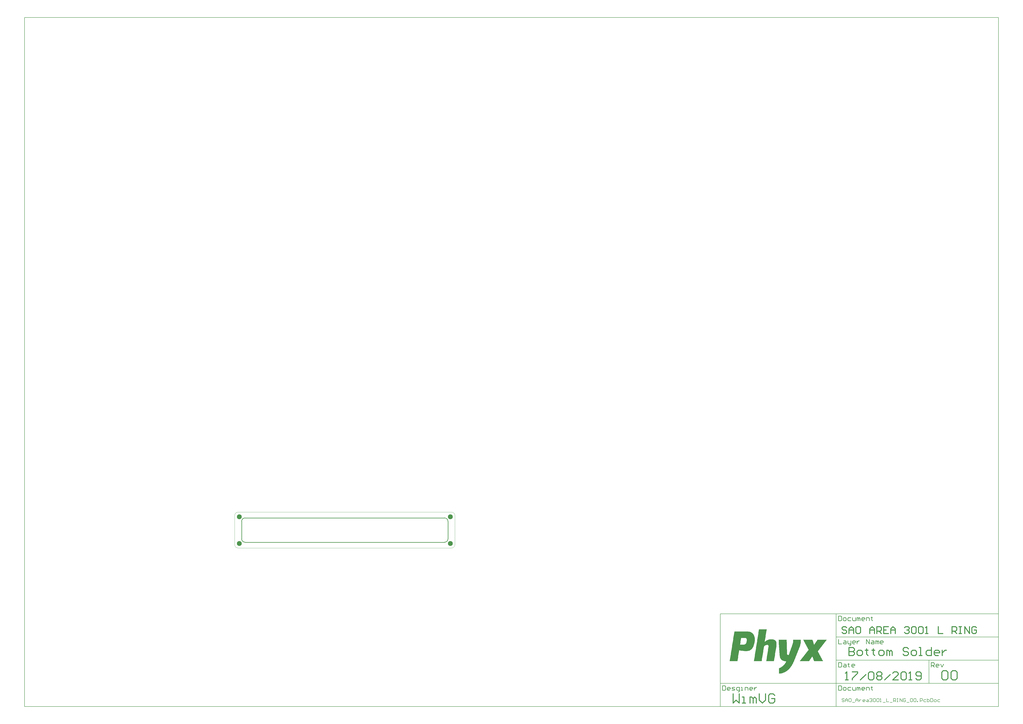
<source format=gbs>
G04*
G04 #@! TF.GenerationSoftware,Altium Limited,Altium Designer,18.1.7 (191)*
G04*
G04 Layer_Color=16711935*
%FSLAX25Y25*%
%MOIN*%
G70*
G01*
G75*
%ADD10C,0.01575*%
%ADD11C,0.00984*%
%ADD12C,0.00394*%
%ADD13C,0.00787*%
%ADD14C,0.08268*%
G36*
X872201Y-141778D02*
X873919D01*
Y-142065D01*
X874778D01*
Y-142351D01*
X875637D01*
Y-142637D01*
X876496D01*
Y-142924D01*
X877069D01*
Y-143210D01*
X877355D01*
Y-143496D01*
X877928D01*
Y-143783D01*
X878214D01*
Y-144069D01*
X878786D01*
Y-144355D01*
X879073D01*
Y-144641D01*
X879359D01*
Y-144928D01*
X879646D01*
Y-145214D01*
X879932D01*
Y-145501D01*
X880218D01*
Y-145787D01*
X880504D01*
Y-146073D01*
Y-146359D01*
X880791D01*
Y-146646D01*
X881077D01*
Y-146932D01*
Y-147218D01*
X881363D01*
Y-147505D01*
X881650D01*
Y-147791D01*
Y-148077D01*
X881936D01*
Y-148364D01*
Y-148650D01*
Y-148936D01*
X882222D01*
Y-149223D01*
Y-149509D01*
Y-149795D01*
X882509D01*
Y-150082D01*
Y-150368D01*
Y-150654D01*
Y-150940D01*
X882795D01*
Y-151227D01*
Y-151513D01*
Y-151799D01*
Y-152086D01*
Y-152372D01*
X883081D01*
Y-152658D01*
Y-152945D01*
Y-153231D01*
Y-153517D01*
Y-153804D01*
Y-154090D01*
Y-154376D01*
Y-154663D01*
Y-154949D01*
Y-155235D01*
Y-155521D01*
Y-155808D01*
Y-156094D01*
Y-156380D01*
Y-156667D01*
Y-156953D01*
Y-157239D01*
Y-157526D01*
Y-157812D01*
Y-158098D01*
X882795D01*
Y-158385D01*
Y-158671D01*
Y-158957D01*
Y-159244D01*
Y-159530D01*
Y-159816D01*
Y-160102D01*
X882509D01*
Y-160389D01*
Y-160675D01*
Y-160961D01*
Y-161248D01*
Y-161534D01*
X882222D01*
Y-161820D01*
Y-162107D01*
Y-162393D01*
Y-162679D01*
Y-162966D01*
X881936D01*
Y-163252D01*
Y-163538D01*
Y-163824D01*
X881650D01*
Y-164111D01*
Y-164397D01*
Y-164683D01*
Y-164970D01*
X881363D01*
Y-165256D01*
Y-165542D01*
Y-165829D01*
X881077D01*
Y-166115D01*
Y-166401D01*
X880791D01*
Y-166688D01*
Y-166974D01*
Y-167260D01*
X880504D01*
Y-167547D01*
Y-167833D01*
X880218D01*
Y-168119D01*
Y-168405D01*
X879932D01*
Y-168692D01*
Y-168978D01*
X879646D01*
Y-169264D01*
X879359D01*
Y-169551D01*
Y-169837D01*
X879073D01*
Y-170123D01*
X878786D01*
Y-170410D01*
X878500D01*
Y-170696D01*
Y-170982D01*
X878214D01*
Y-171269D01*
X877928D01*
Y-171555D01*
X877641D01*
Y-171841D01*
X877355D01*
Y-172127D01*
X877069D01*
Y-172414D01*
X876496D01*
Y-172700D01*
X876210D01*
Y-172986D01*
X875637D01*
Y-173273D01*
X875351D01*
Y-173559D01*
X874778D01*
Y-173845D01*
X873919D01*
Y-174132D01*
X873060D01*
Y-174418D01*
X872201D01*
Y-174704D01*
X870483D01*
Y-174991D01*
X865330D01*
Y-174704D01*
X862753D01*
Y-174418D01*
X860749D01*
Y-174132D01*
X859317D01*
Y-173845D01*
X857886D01*
Y-173559D01*
X856454D01*
Y-173845D01*
Y-174132D01*
Y-174418D01*
Y-174704D01*
Y-174991D01*
Y-175277D01*
Y-175563D01*
X856168D01*
Y-175850D01*
Y-176136D01*
Y-176422D01*
Y-176709D01*
Y-176995D01*
Y-177281D01*
X855882D01*
Y-177568D01*
Y-177854D01*
Y-178140D01*
Y-178426D01*
Y-178713D01*
Y-178999D01*
X855595D01*
Y-179285D01*
Y-179572D01*
Y-179858D01*
Y-180144D01*
Y-180431D01*
Y-180717D01*
Y-181003D01*
X855309D01*
Y-181290D01*
Y-181576D01*
Y-181862D01*
Y-182149D01*
Y-182435D01*
Y-182721D01*
X855023D01*
Y-183007D01*
Y-183294D01*
Y-183580D01*
Y-183866D01*
Y-184153D01*
Y-184439D01*
X854736D01*
Y-184725D01*
Y-185012D01*
Y-185298D01*
Y-185584D01*
Y-185871D01*
Y-186157D01*
Y-186443D01*
X854450D01*
Y-186730D01*
Y-187016D01*
Y-187302D01*
Y-187588D01*
Y-187875D01*
Y-188161D01*
X854164D01*
Y-188447D01*
Y-188734D01*
Y-189020D01*
Y-189306D01*
Y-189593D01*
Y-189879D01*
X853877D01*
Y-190165D01*
Y-190452D01*
Y-190738D01*
Y-191024D01*
Y-191311D01*
Y-191597D01*
Y-191883D01*
X840421D01*
Y-191597D01*
X840707D01*
Y-191311D01*
Y-191024D01*
Y-190738D01*
Y-190452D01*
Y-190165D01*
X840993D01*
Y-189879D01*
Y-189593D01*
Y-189306D01*
Y-189020D01*
Y-188734D01*
Y-188447D01*
Y-188161D01*
X841280D01*
Y-187875D01*
Y-187588D01*
Y-187302D01*
Y-187016D01*
Y-186730D01*
Y-186443D01*
X841566D01*
Y-186157D01*
Y-185871D01*
Y-185584D01*
Y-185298D01*
Y-185012D01*
Y-184725D01*
X841852D01*
Y-184439D01*
Y-184153D01*
Y-183866D01*
Y-183580D01*
Y-183294D01*
Y-183007D01*
Y-182721D01*
X842138D01*
Y-182435D01*
Y-182149D01*
Y-181862D01*
Y-181576D01*
Y-181290D01*
Y-181003D01*
X842425D01*
Y-180717D01*
Y-180431D01*
Y-180144D01*
Y-179858D01*
Y-179572D01*
Y-179285D01*
X842711D01*
Y-178999D01*
Y-178713D01*
Y-178426D01*
Y-178140D01*
Y-177854D01*
Y-177568D01*
X842997D01*
Y-177281D01*
Y-176995D01*
Y-176709D01*
Y-176422D01*
Y-176136D01*
Y-175850D01*
Y-175563D01*
X843284D01*
Y-175277D01*
Y-174991D01*
Y-174704D01*
Y-174418D01*
Y-174132D01*
Y-173845D01*
X843570D01*
Y-173559D01*
Y-173273D01*
Y-172986D01*
Y-172700D01*
Y-172414D01*
Y-172127D01*
X843856D01*
Y-171841D01*
Y-171555D01*
Y-171269D01*
Y-170982D01*
Y-170696D01*
Y-170410D01*
X844143D01*
Y-170123D01*
Y-169837D01*
Y-169551D01*
Y-169264D01*
Y-168978D01*
Y-168692D01*
Y-168405D01*
X844429D01*
Y-168119D01*
Y-167833D01*
Y-167547D01*
Y-167260D01*
Y-166974D01*
Y-166688D01*
X844715D01*
Y-166401D01*
Y-166115D01*
Y-165829D01*
Y-165542D01*
Y-165256D01*
Y-164970D01*
X845002D01*
Y-164683D01*
Y-164397D01*
Y-164111D01*
Y-163824D01*
Y-163538D01*
Y-163252D01*
Y-162966D01*
X845288D01*
Y-162679D01*
Y-162393D01*
Y-162107D01*
Y-161820D01*
Y-161534D01*
Y-161248D01*
X845574D01*
Y-160961D01*
Y-160675D01*
Y-160389D01*
Y-160102D01*
Y-159816D01*
Y-159530D01*
X845861D01*
Y-159244D01*
Y-158957D01*
Y-158671D01*
Y-158385D01*
Y-158098D01*
Y-157812D01*
X846147D01*
Y-157526D01*
Y-157239D01*
Y-156953D01*
Y-156667D01*
Y-156380D01*
Y-156094D01*
Y-155808D01*
X846433D01*
Y-155521D01*
Y-155235D01*
Y-154949D01*
Y-154663D01*
Y-154376D01*
Y-154090D01*
X846719D01*
Y-153804D01*
Y-153517D01*
Y-153231D01*
Y-152945D01*
Y-152658D01*
Y-152372D01*
X847006D01*
Y-152086D01*
Y-151799D01*
Y-151513D01*
Y-151227D01*
Y-150940D01*
Y-150654D01*
Y-150368D01*
X847292D01*
Y-150082D01*
Y-149795D01*
Y-149509D01*
Y-149223D01*
Y-148936D01*
Y-148650D01*
X847578D01*
Y-148364D01*
Y-148077D01*
Y-147791D01*
Y-147505D01*
Y-147218D01*
Y-146932D01*
X847865D01*
Y-146646D01*
Y-146359D01*
Y-146073D01*
Y-145787D01*
Y-145501D01*
Y-145214D01*
Y-144928D01*
X848151D01*
Y-144641D01*
Y-144355D01*
Y-144069D01*
Y-143783D01*
Y-143496D01*
Y-143210D01*
X848437D01*
Y-142924D01*
Y-142637D01*
Y-142351D01*
Y-142065D01*
Y-141778D01*
Y-141492D01*
X872201D01*
Y-141778D01*
D02*
G37*
G36*
X903409Y-138343D02*
Y-138629D01*
X903123D01*
Y-138915D01*
Y-139202D01*
Y-139488D01*
Y-139774D01*
Y-140060D01*
Y-140347D01*
X902837D01*
Y-140633D01*
Y-140919D01*
Y-141206D01*
Y-141492D01*
Y-141778D01*
Y-142065D01*
X902551D01*
Y-142351D01*
Y-142637D01*
Y-142924D01*
Y-143210D01*
Y-143496D01*
Y-143783D01*
Y-144069D01*
X902264D01*
Y-144355D01*
Y-144641D01*
Y-144928D01*
Y-145214D01*
Y-145501D01*
Y-145787D01*
X901978D01*
Y-146073D01*
Y-146359D01*
Y-146646D01*
Y-146932D01*
Y-147218D01*
Y-147505D01*
X901692D01*
Y-147791D01*
Y-148077D01*
Y-148364D01*
Y-148650D01*
Y-148936D01*
Y-149223D01*
Y-149509D01*
X901405D01*
Y-149795D01*
Y-150082D01*
Y-150368D01*
Y-150654D01*
Y-150940D01*
Y-151227D01*
X901119D01*
Y-151513D01*
Y-151799D01*
Y-152086D01*
Y-152372D01*
Y-152658D01*
Y-152945D01*
X900833D01*
Y-153231D01*
Y-153517D01*
Y-153804D01*
Y-154090D01*
Y-154376D01*
Y-154663D01*
X900546D01*
Y-154949D01*
Y-155235D01*
Y-155521D01*
Y-155808D01*
Y-156094D01*
Y-156380D01*
Y-156667D01*
X900260D01*
Y-156953D01*
Y-157239D01*
Y-157526D01*
Y-157812D01*
Y-158098D01*
Y-158385D01*
X899974D01*
Y-158671D01*
Y-158957D01*
X900546D01*
Y-158671D01*
X900833D01*
Y-158385D01*
X901119D01*
Y-158098D01*
X901692D01*
Y-157812D01*
X901978D01*
Y-157526D01*
X902264D01*
Y-157239D01*
X902837D01*
Y-156953D01*
X903409D01*
Y-156667D01*
X903696D01*
Y-156380D01*
X904268D01*
Y-156094D01*
X905127D01*
Y-155808D01*
X905700D01*
Y-155521D01*
X906559D01*
Y-155235D01*
X907990D01*
Y-154949D01*
X914289D01*
Y-155235D01*
X915435D01*
Y-155521D01*
X916294D01*
Y-155808D01*
X916866D01*
Y-156094D01*
X917153D01*
Y-156380D01*
X917725D01*
Y-156667D01*
X918011D01*
Y-156953D01*
X918298D01*
Y-157239D01*
X918584D01*
Y-157526D01*
X918870D01*
Y-157812D01*
Y-158098D01*
X919157D01*
Y-158385D01*
Y-158671D01*
X919443D01*
Y-158957D01*
Y-159244D01*
Y-159530D01*
X919729D01*
Y-159816D01*
Y-160102D01*
Y-160389D01*
Y-160675D01*
X920016D01*
Y-160961D01*
Y-161248D01*
Y-161534D01*
Y-161820D01*
Y-162107D01*
Y-162393D01*
Y-162679D01*
Y-162966D01*
Y-163252D01*
Y-163538D01*
Y-163824D01*
Y-164111D01*
Y-164397D01*
Y-164683D01*
Y-164970D01*
Y-165256D01*
Y-165542D01*
Y-165829D01*
X919729D01*
Y-166115D01*
Y-166401D01*
Y-166688D01*
Y-166974D01*
Y-167260D01*
Y-167547D01*
Y-167833D01*
X919443D01*
Y-168119D01*
Y-168405D01*
Y-168692D01*
Y-168978D01*
Y-169264D01*
Y-169551D01*
Y-169837D01*
X919157D01*
Y-170123D01*
Y-170410D01*
Y-170696D01*
Y-170982D01*
Y-171269D01*
Y-171555D01*
X918870D01*
Y-171841D01*
Y-172127D01*
Y-172414D01*
Y-172700D01*
Y-172986D01*
Y-173273D01*
X918584D01*
Y-173559D01*
Y-173845D01*
Y-174132D01*
Y-174418D01*
Y-174704D01*
Y-174991D01*
X918298D01*
Y-175277D01*
Y-175563D01*
Y-175850D01*
Y-176136D01*
Y-176422D01*
Y-176709D01*
Y-176995D01*
X918011D01*
Y-177281D01*
Y-177568D01*
Y-177854D01*
Y-178140D01*
Y-178426D01*
Y-178713D01*
X917725D01*
Y-178999D01*
Y-179285D01*
Y-179572D01*
Y-179858D01*
Y-180144D01*
Y-180431D01*
X917439D01*
Y-180717D01*
Y-181003D01*
Y-181290D01*
Y-181576D01*
Y-181862D01*
Y-182149D01*
Y-182435D01*
X917153D01*
Y-182721D01*
Y-183007D01*
Y-183294D01*
Y-183580D01*
Y-183866D01*
Y-184153D01*
X916866D01*
Y-184439D01*
Y-184725D01*
Y-185012D01*
Y-185298D01*
Y-185584D01*
Y-185871D01*
X916580D01*
Y-186157D01*
Y-186443D01*
Y-186730D01*
Y-187016D01*
Y-187302D01*
Y-187588D01*
X916294D01*
Y-187875D01*
Y-188161D01*
Y-188447D01*
Y-188734D01*
Y-189020D01*
Y-189306D01*
Y-189593D01*
X916007D01*
Y-189879D01*
Y-190165D01*
Y-190452D01*
Y-190738D01*
Y-191024D01*
Y-191311D01*
X915721D01*
Y-191597D01*
Y-191883D01*
X902551D01*
Y-191597D01*
Y-191311D01*
X902837D01*
Y-191024D01*
Y-190738D01*
Y-190452D01*
Y-190165D01*
Y-189879D01*
Y-189593D01*
X903123D01*
Y-189306D01*
Y-189020D01*
Y-188734D01*
Y-188447D01*
Y-188161D01*
Y-187875D01*
Y-187588D01*
X903409D01*
Y-187302D01*
Y-187016D01*
Y-186730D01*
Y-186443D01*
Y-186157D01*
Y-185871D01*
X903696D01*
Y-185584D01*
Y-185298D01*
Y-185012D01*
Y-184725D01*
Y-184439D01*
Y-184153D01*
X903982D01*
Y-183866D01*
Y-183580D01*
Y-183294D01*
Y-183007D01*
Y-182721D01*
Y-182435D01*
Y-182149D01*
X904268D01*
Y-181862D01*
Y-181576D01*
Y-181290D01*
Y-181003D01*
Y-180717D01*
Y-180431D01*
X904555D01*
Y-180144D01*
Y-179858D01*
Y-179572D01*
Y-179285D01*
Y-178999D01*
Y-178713D01*
Y-178426D01*
X904841D01*
Y-178140D01*
Y-177854D01*
Y-177568D01*
Y-177281D01*
Y-176995D01*
Y-176709D01*
X905127D01*
Y-176422D01*
Y-176136D01*
Y-175850D01*
Y-175563D01*
Y-175277D01*
Y-174991D01*
X905414D01*
Y-174704D01*
Y-174418D01*
Y-174132D01*
Y-173845D01*
Y-173559D01*
Y-173273D01*
X905700D01*
Y-172986D01*
Y-172700D01*
Y-172414D01*
Y-172127D01*
Y-171841D01*
Y-171555D01*
Y-171269D01*
X905986D01*
Y-170982D01*
Y-170696D01*
Y-170410D01*
Y-170123D01*
Y-169837D01*
Y-169551D01*
X906273D01*
Y-169264D01*
Y-168978D01*
Y-168692D01*
Y-168405D01*
Y-168119D01*
Y-167833D01*
Y-167547D01*
X906559D01*
Y-167260D01*
Y-166974D01*
Y-166688D01*
Y-166401D01*
Y-166115D01*
Y-165829D01*
X906273D01*
Y-165542D01*
Y-165256D01*
X905986D01*
Y-164970D01*
X905700D01*
Y-164683D01*
X905127D01*
Y-164397D01*
X903409D01*
Y-164683D01*
X901978D01*
Y-164970D01*
X901119D01*
Y-165256D01*
X900546D01*
Y-165542D01*
X900260D01*
Y-165829D01*
X899687D01*
Y-166115D01*
X899401D01*
Y-166401D01*
X899115D01*
Y-166688D01*
Y-166974D01*
X898828D01*
Y-167260D01*
Y-167547D01*
Y-167833D01*
X898542D01*
Y-168119D01*
Y-168405D01*
Y-168692D01*
Y-168978D01*
Y-169264D01*
Y-169551D01*
X898256D01*
Y-169837D01*
Y-170123D01*
Y-170410D01*
Y-170696D01*
Y-170982D01*
Y-171269D01*
Y-171555D01*
X897970D01*
Y-171841D01*
Y-172127D01*
Y-172414D01*
Y-172700D01*
Y-172986D01*
Y-173273D01*
X897683D01*
Y-173559D01*
Y-173845D01*
Y-174132D01*
Y-174418D01*
Y-174704D01*
Y-174991D01*
X897397D01*
Y-175277D01*
Y-175563D01*
Y-175850D01*
Y-176136D01*
Y-176422D01*
Y-176709D01*
X897111D01*
Y-176995D01*
Y-177281D01*
Y-177568D01*
Y-177854D01*
Y-178140D01*
Y-178426D01*
Y-178713D01*
X896824D01*
Y-178999D01*
Y-179285D01*
Y-179572D01*
Y-179858D01*
Y-180144D01*
Y-180431D01*
X896538D01*
Y-180717D01*
Y-181003D01*
Y-181290D01*
Y-181576D01*
Y-181862D01*
Y-182149D01*
X896252D01*
Y-182435D01*
Y-182721D01*
Y-183007D01*
Y-183294D01*
Y-183580D01*
Y-183866D01*
Y-184153D01*
X895965D01*
Y-184439D01*
Y-184725D01*
Y-185012D01*
Y-185298D01*
Y-185584D01*
Y-185871D01*
X895679D01*
Y-186157D01*
Y-186443D01*
Y-186730D01*
Y-187016D01*
Y-187302D01*
Y-187588D01*
X895393D01*
Y-187875D01*
Y-188161D01*
Y-188447D01*
Y-188734D01*
Y-189020D01*
Y-189306D01*
X895106D01*
Y-189593D01*
Y-189879D01*
Y-190165D01*
Y-190452D01*
Y-190738D01*
Y-191024D01*
Y-191311D01*
X894820D01*
Y-191597D01*
Y-191883D01*
X881650D01*
Y-191597D01*
Y-191311D01*
X881936D01*
Y-191024D01*
Y-190738D01*
Y-190452D01*
Y-190165D01*
Y-189879D01*
Y-189593D01*
Y-189306D01*
X882222D01*
Y-189020D01*
Y-188734D01*
Y-188447D01*
Y-188161D01*
Y-187875D01*
Y-187588D01*
X882509D01*
Y-187302D01*
Y-187016D01*
Y-186730D01*
Y-186443D01*
Y-186157D01*
Y-185871D01*
X882795D01*
Y-185584D01*
Y-185298D01*
Y-185012D01*
Y-184725D01*
Y-184439D01*
Y-184153D01*
Y-183866D01*
X883081D01*
Y-183580D01*
Y-183294D01*
Y-183007D01*
Y-182721D01*
Y-182435D01*
Y-182149D01*
X883368D01*
Y-181862D01*
Y-181576D01*
Y-181290D01*
Y-181003D01*
Y-180717D01*
Y-180431D01*
X883654D01*
Y-180144D01*
Y-179858D01*
Y-179572D01*
Y-179285D01*
Y-178999D01*
Y-178713D01*
X883940D01*
Y-178426D01*
Y-178140D01*
Y-177854D01*
Y-177568D01*
Y-177281D01*
Y-176995D01*
Y-176709D01*
X884227D01*
Y-176422D01*
Y-176136D01*
Y-175850D01*
Y-175563D01*
Y-175277D01*
Y-174991D01*
X884513D01*
Y-174704D01*
Y-174418D01*
Y-174132D01*
Y-173845D01*
Y-173559D01*
Y-173273D01*
X884799D01*
Y-172986D01*
Y-172700D01*
Y-172414D01*
Y-172127D01*
Y-171841D01*
Y-171555D01*
Y-171269D01*
X885085D01*
Y-170982D01*
Y-170696D01*
Y-170410D01*
Y-170123D01*
Y-169837D01*
Y-169551D01*
X885372D01*
Y-169264D01*
Y-168978D01*
Y-168692D01*
Y-168405D01*
Y-168119D01*
Y-167833D01*
X885658D01*
Y-167547D01*
Y-167260D01*
Y-166974D01*
Y-166688D01*
Y-166401D01*
Y-166115D01*
X885944D01*
Y-165829D01*
Y-165542D01*
Y-165256D01*
Y-164970D01*
Y-164683D01*
Y-164397D01*
Y-164111D01*
X886231D01*
Y-163824D01*
Y-163538D01*
Y-163252D01*
Y-162966D01*
Y-162679D01*
Y-162393D01*
X886517D01*
Y-162107D01*
Y-161820D01*
Y-161534D01*
Y-161248D01*
Y-160961D01*
Y-160675D01*
X886803D01*
Y-160389D01*
Y-160102D01*
Y-159816D01*
Y-159530D01*
Y-159244D01*
Y-158957D01*
X887090D01*
Y-158671D01*
Y-158385D01*
Y-158098D01*
Y-157812D01*
Y-157526D01*
Y-157239D01*
Y-156953D01*
X887376D01*
Y-156667D01*
Y-156380D01*
Y-156094D01*
Y-155808D01*
Y-155521D01*
Y-155235D01*
X887662D01*
Y-154949D01*
Y-154663D01*
Y-154376D01*
Y-154090D01*
Y-153804D01*
Y-153517D01*
X887949D01*
Y-153231D01*
Y-152945D01*
Y-152658D01*
Y-152372D01*
Y-152086D01*
Y-151799D01*
Y-151513D01*
X888235D01*
Y-151227D01*
Y-150940D01*
Y-150654D01*
Y-150368D01*
Y-150082D01*
Y-149795D01*
X888521D01*
Y-149509D01*
Y-149223D01*
Y-148936D01*
Y-148650D01*
Y-148364D01*
Y-148077D01*
X888807D01*
Y-147791D01*
Y-147505D01*
Y-147218D01*
Y-146932D01*
Y-146646D01*
Y-146359D01*
X889094D01*
Y-146073D01*
Y-145787D01*
Y-145501D01*
Y-145214D01*
Y-144928D01*
Y-144641D01*
Y-144355D01*
X889380D01*
Y-144069D01*
Y-143783D01*
Y-143496D01*
Y-143210D01*
Y-142924D01*
Y-142637D01*
X889666D01*
Y-142351D01*
Y-142065D01*
Y-141778D01*
Y-141492D01*
Y-141206D01*
Y-140919D01*
X889953D01*
Y-140633D01*
Y-140347D01*
Y-140060D01*
Y-139774D01*
Y-139488D01*
Y-139202D01*
Y-138915D01*
X890239D01*
Y-138629D01*
Y-138343D01*
Y-138056D01*
X903409D01*
Y-138343D01*
D02*
G37*
G36*
X1005337Y-155808D02*
X1005050D01*
Y-156094D01*
X1004764D01*
Y-156380D01*
Y-156667D01*
X1004478D01*
Y-156953D01*
X1004192D01*
Y-157239D01*
X1003905D01*
Y-157526D01*
Y-157812D01*
X1003619D01*
Y-158098D01*
X1003333D01*
Y-158385D01*
X1003046D01*
Y-158671D01*
X1002760D01*
Y-158957D01*
Y-159244D01*
X1002474D01*
Y-159530D01*
X1002187D01*
Y-159816D01*
X1001901D01*
Y-160102D01*
Y-160389D01*
X1001615D01*
Y-160675D01*
X1001328D01*
Y-160961D01*
X1001042D01*
Y-161248D01*
X1000756D01*
Y-161534D01*
Y-161820D01*
X1000469D01*
Y-162107D01*
X1000183D01*
Y-162393D01*
X999897D01*
Y-162679D01*
Y-162966D01*
X999611D01*
Y-163252D01*
X999324D01*
Y-163538D01*
X999038D01*
Y-163824D01*
Y-164111D01*
X998752D01*
Y-164397D01*
X998465D01*
Y-164683D01*
X998179D01*
Y-164970D01*
X997893D01*
Y-165256D01*
Y-165542D01*
X997606D01*
Y-165829D01*
X997320D01*
Y-166115D01*
X997034D01*
Y-166401D01*
Y-166688D01*
X996747D01*
Y-166974D01*
X996461D01*
Y-167260D01*
X996175D01*
Y-167547D01*
Y-167833D01*
X995889D01*
Y-168119D01*
X995602D01*
Y-168405D01*
X995316D01*
Y-168692D01*
X995030D01*
Y-168978D01*
Y-169264D01*
X994743D01*
Y-169551D01*
X994457D01*
Y-169837D01*
X994171D01*
Y-170123D01*
Y-170410D01*
X993884D01*
Y-170696D01*
X993598D01*
Y-170982D01*
X993312D01*
Y-171269D01*
Y-171555D01*
X993025D01*
Y-171841D01*
X992739D01*
Y-172127D01*
X992453D01*
Y-172414D01*
X992166D01*
Y-172700D01*
Y-172986D01*
X991880D01*
Y-173273D01*
X991594D01*
Y-173559D01*
X991308D01*
Y-173845D01*
Y-174132D01*
X991021D01*
Y-174418D01*
X990735D01*
Y-174704D01*
X990449D01*
Y-174991D01*
X990162D01*
Y-175277D01*
Y-175563D01*
X990449D01*
Y-175850D01*
Y-176136D01*
X990735D01*
Y-176422D01*
Y-176709D01*
X991021D01*
Y-176995D01*
X991308D01*
Y-177281D01*
Y-177568D01*
X991594D01*
Y-177854D01*
Y-178140D01*
X991880D01*
Y-178426D01*
Y-178713D01*
X992166D01*
Y-178999D01*
Y-179285D01*
X992453D01*
Y-179572D01*
Y-179858D01*
X992739D01*
Y-180144D01*
Y-180431D01*
X993025D01*
Y-180717D01*
Y-181003D01*
X993312D01*
Y-181290D01*
Y-181576D01*
X993598D01*
Y-181862D01*
X993884D01*
Y-182149D01*
Y-182435D01*
X994171D01*
Y-182721D01*
Y-183007D01*
X994457D01*
Y-183294D01*
Y-183580D01*
X994743D01*
Y-183866D01*
Y-184153D01*
X995030D01*
Y-184439D01*
Y-184725D01*
X995316D01*
Y-185012D01*
Y-185298D01*
X995602D01*
Y-185584D01*
Y-185871D01*
X995889D01*
Y-186157D01*
X996175D01*
Y-186443D01*
Y-186730D01*
X996461D01*
Y-187016D01*
Y-187302D01*
X996747D01*
Y-187588D01*
Y-187875D01*
X997034D01*
Y-188161D01*
Y-188447D01*
X997320D01*
Y-188734D01*
Y-189020D01*
X997606D01*
Y-189306D01*
Y-189593D01*
X997893D01*
Y-189879D01*
Y-190165D01*
X998179D01*
Y-190452D01*
X998465D01*
Y-190738D01*
Y-191024D01*
X998752D01*
Y-191311D01*
Y-191597D01*
X999038D01*
Y-191883D01*
X983863D01*
Y-191597D01*
X983577D01*
Y-191311D01*
Y-191024D01*
Y-190738D01*
X983291D01*
Y-190452D01*
Y-190165D01*
Y-189879D01*
X983004D01*
Y-189593D01*
Y-189306D01*
X982718D01*
Y-189020D01*
Y-188734D01*
Y-188447D01*
X982432D01*
Y-188161D01*
Y-187875D01*
Y-187588D01*
X982146D01*
Y-187302D01*
Y-187016D01*
X981859D01*
Y-186730D01*
Y-186443D01*
Y-186157D01*
X981573D01*
Y-185871D01*
Y-185584D01*
Y-185298D01*
X981287D01*
Y-185012D01*
Y-184725D01*
Y-184439D01*
X981000D01*
Y-184153D01*
X980428D01*
Y-184439D01*
Y-184725D01*
X980141D01*
Y-185012D01*
X979855D01*
Y-185298D01*
Y-185584D01*
X979569D01*
Y-185871D01*
X979282D01*
Y-186157D01*
Y-186443D01*
X978996D01*
Y-186730D01*
X978710D01*
Y-187016D01*
Y-187302D01*
X978423D01*
Y-187588D01*
X978137D01*
Y-187875D01*
X977851D01*
Y-188161D01*
Y-188447D01*
X977565D01*
Y-188734D01*
X977278D01*
Y-189020D01*
Y-189306D01*
X976992D01*
Y-189593D01*
X976705D01*
Y-189879D01*
Y-190165D01*
X976419D01*
Y-190452D01*
X976133D01*
Y-190738D01*
Y-191024D01*
X975847D01*
Y-191311D01*
X975560D01*
Y-191597D01*
Y-191883D01*
X959527D01*
Y-191597D01*
X959813D01*
Y-191311D01*
X960099D01*
Y-191024D01*
X960386D01*
Y-190738D01*
X960672D01*
Y-190452D01*
Y-190165D01*
X960958D01*
Y-189879D01*
X961245D01*
Y-189593D01*
X961531D01*
Y-189306D01*
X961817D01*
Y-189020D01*
Y-188734D01*
X962104D01*
Y-188447D01*
X962390D01*
Y-188161D01*
X962676D01*
Y-187875D01*
Y-187588D01*
X962963D01*
Y-187302D01*
X963249D01*
Y-187016D01*
X963535D01*
Y-186730D01*
X963822D01*
Y-186443D01*
Y-186157D01*
X964108D01*
Y-185871D01*
X964394D01*
Y-185584D01*
X964680D01*
Y-185298D01*
X964967D01*
Y-185012D01*
Y-184725D01*
X965253D01*
Y-184439D01*
X965539D01*
Y-184153D01*
X965826D01*
Y-183866D01*
Y-183580D01*
X966112D01*
Y-183294D01*
X966398D01*
Y-183007D01*
X966685D01*
Y-182721D01*
X966971D01*
Y-182435D01*
Y-182149D01*
X967257D01*
Y-181862D01*
X967544D01*
Y-181576D01*
X967830D01*
Y-181290D01*
Y-181003D01*
X968116D01*
Y-180717D01*
X968402D01*
Y-180431D01*
X968689D01*
Y-180144D01*
X968975D01*
Y-179858D01*
Y-179572D01*
X969261D01*
Y-179285D01*
X969548D01*
Y-178999D01*
X969834D01*
Y-178713D01*
Y-178426D01*
X970120D01*
Y-178140D01*
X970407D01*
Y-177854D01*
X970693D01*
Y-177568D01*
X970979D01*
Y-177281D01*
Y-176995D01*
X971266D01*
Y-176709D01*
X971552D01*
Y-176422D01*
X971838D01*
Y-176136D01*
X972124D01*
Y-175850D01*
Y-175563D01*
X972411D01*
Y-175277D01*
X972697D01*
Y-174991D01*
X972983D01*
Y-174704D01*
Y-174418D01*
X973270D01*
Y-174132D01*
X973556D01*
Y-173845D01*
X973842D01*
Y-173559D01*
X974129D01*
Y-173273D01*
Y-172986D01*
X974415D01*
Y-172700D01*
Y-172414D01*
Y-172127D01*
X974129D01*
Y-171841D01*
X973842D01*
Y-171555D01*
Y-171269D01*
X973556D01*
Y-170982D01*
Y-170696D01*
X973270D01*
Y-170410D01*
Y-170123D01*
X972983D01*
Y-169837D01*
Y-169551D01*
X972697D01*
Y-169264D01*
Y-168978D01*
X972411D01*
Y-168692D01*
Y-168405D01*
X972124D01*
Y-168119D01*
X971838D01*
Y-167833D01*
Y-167547D01*
X971552D01*
Y-167260D01*
Y-166974D01*
X971266D01*
Y-166688D01*
Y-166401D01*
X970979D01*
Y-166115D01*
Y-165829D01*
X970693D01*
Y-165542D01*
Y-165256D01*
X970407D01*
Y-164970D01*
Y-164683D01*
X970120D01*
Y-164397D01*
X969834D01*
Y-164111D01*
Y-163824D01*
X969548D01*
Y-163538D01*
Y-163252D01*
X969261D01*
Y-162966D01*
Y-162679D01*
X968975D01*
Y-162393D01*
Y-162107D01*
X968689D01*
Y-161820D01*
Y-161534D01*
X968402D01*
Y-161248D01*
Y-160961D01*
X968116D01*
Y-160675D01*
Y-160389D01*
X967830D01*
Y-160102D01*
X967544D01*
Y-159816D01*
Y-159530D01*
X967257D01*
Y-159244D01*
Y-158957D01*
X966971D01*
Y-158671D01*
Y-158385D01*
X966685D01*
Y-158098D01*
Y-157812D01*
X966398D01*
Y-157526D01*
Y-157239D01*
X966112D01*
Y-156953D01*
Y-156667D01*
X965826D01*
Y-156380D01*
X965539D01*
Y-156094D01*
Y-155808D01*
X965253D01*
Y-155521D01*
X981000D01*
Y-155808D01*
X981287D01*
Y-156094D01*
Y-156380D01*
Y-156667D01*
X981573D01*
Y-156953D01*
Y-157239D01*
Y-157526D01*
X981859D01*
Y-157812D01*
Y-158098D01*
Y-158385D01*
X982146D01*
Y-158671D01*
Y-158957D01*
Y-159244D01*
X982432D01*
Y-159530D01*
Y-159816D01*
Y-160102D01*
X982718D01*
Y-160389D01*
Y-160675D01*
Y-160961D01*
X983004D01*
Y-161248D01*
Y-161534D01*
Y-161820D01*
X983291D01*
Y-162107D01*
Y-162393D01*
Y-162679D01*
X983577D01*
Y-162966D01*
Y-163252D01*
Y-163538D01*
Y-163824D01*
X984150D01*
Y-163538D01*
X984436D01*
Y-163252D01*
X984722D01*
Y-162966D01*
Y-162679D01*
X985009D01*
Y-162393D01*
X985295D01*
Y-162107D01*
Y-161820D01*
X985581D01*
Y-161534D01*
X985868D01*
Y-161248D01*
Y-160961D01*
X986154D01*
Y-160675D01*
X986440D01*
Y-160389D01*
Y-160102D01*
X986726D01*
Y-159816D01*
X987013D01*
Y-159530D01*
Y-159244D01*
X987299D01*
Y-158957D01*
X987585D01*
Y-158671D01*
Y-158385D01*
X987872D01*
Y-158098D01*
X988158D01*
Y-157812D01*
Y-157526D01*
X988444D01*
Y-157239D01*
X988731D01*
Y-156953D01*
Y-156667D01*
X989017D01*
Y-156380D01*
X989303D01*
Y-156094D01*
Y-155808D01*
X989590D01*
Y-155521D01*
X1005337D01*
Y-155808D01*
D02*
G37*
G36*
X961245D02*
Y-156094D01*
Y-156380D01*
Y-156667D01*
Y-156953D01*
Y-157239D01*
Y-157526D01*
Y-157812D01*
Y-158098D01*
Y-158385D01*
Y-158671D01*
Y-158957D01*
Y-159244D01*
Y-159530D01*
Y-159816D01*
Y-160102D01*
Y-160389D01*
Y-160675D01*
Y-160961D01*
Y-161248D01*
Y-161534D01*
X960958D01*
Y-161820D01*
Y-162107D01*
Y-162393D01*
Y-162679D01*
Y-162966D01*
X960672D01*
Y-163252D01*
Y-163538D01*
Y-163824D01*
Y-164111D01*
X960386D01*
Y-164397D01*
Y-164683D01*
Y-164970D01*
Y-165256D01*
X960099D01*
Y-165542D01*
Y-165829D01*
Y-166115D01*
X959813D01*
Y-166401D01*
Y-166688D01*
Y-166974D01*
X959527D01*
Y-167260D01*
Y-167547D01*
Y-167833D01*
X959241D01*
Y-168119D01*
Y-168405D01*
Y-168692D01*
X958954D01*
Y-168978D01*
Y-169264D01*
X958668D01*
Y-169551D01*
Y-169837D01*
X958381D01*
Y-170123D01*
Y-170410D01*
Y-170696D01*
X958095D01*
Y-170982D01*
Y-171269D01*
X957809D01*
Y-171555D01*
Y-171841D01*
Y-172127D01*
X957523D01*
Y-172414D01*
Y-172700D01*
X957236D01*
Y-172986D01*
Y-173273D01*
Y-173559D01*
X956950D01*
Y-173845D01*
Y-174132D01*
X956664D01*
Y-174418D01*
Y-174704D01*
Y-174991D01*
X956377D01*
Y-175277D01*
Y-175563D01*
X956091D01*
Y-175850D01*
Y-176136D01*
Y-176422D01*
X955805D01*
Y-176709D01*
Y-176995D01*
X955518D01*
Y-177281D01*
Y-177568D01*
Y-177854D01*
X955232D01*
Y-178140D01*
Y-178426D01*
X954946D01*
Y-178713D01*
Y-178999D01*
Y-179285D01*
X954659D01*
Y-179572D01*
Y-179858D01*
X954373D01*
Y-180144D01*
Y-180431D01*
Y-180717D01*
X954087D01*
Y-181003D01*
Y-181290D01*
X953800D01*
Y-181576D01*
Y-181862D01*
Y-182149D01*
X953514D01*
Y-182435D01*
Y-182721D01*
X953228D01*
Y-183007D01*
Y-183294D01*
Y-183580D01*
X952942D01*
Y-183866D01*
Y-184153D01*
X952655D01*
Y-184439D01*
Y-184725D01*
Y-185012D01*
X952369D01*
Y-185298D01*
Y-185584D01*
X952083D01*
Y-185871D01*
Y-186157D01*
Y-186443D01*
X951796D01*
Y-186730D01*
Y-187016D01*
X951510D01*
Y-187302D01*
Y-187588D01*
Y-187875D01*
X951224D01*
Y-188161D01*
Y-188447D01*
X950937D01*
Y-188734D01*
Y-189020D01*
Y-189306D01*
X950651D01*
Y-189593D01*
Y-189879D01*
X950365D01*
Y-190165D01*
Y-190452D01*
Y-190738D01*
X950078D01*
Y-191024D01*
Y-191311D01*
X949792D01*
Y-191597D01*
Y-191883D01*
Y-192169D01*
X949506D01*
Y-192456D01*
Y-192742D01*
X949220D01*
Y-193028D01*
Y-193315D01*
X948933D01*
Y-193601D01*
Y-193887D01*
X948647D01*
Y-194174D01*
Y-194460D01*
Y-194746D01*
X948361D01*
Y-195033D01*
X948074D01*
Y-195319D01*
Y-195605D01*
Y-195891D01*
X947788D01*
Y-196178D01*
X947502D01*
Y-196464D01*
Y-196750D01*
X947215D01*
Y-197037D01*
Y-197323D01*
X946929D01*
Y-197609D01*
Y-197896D01*
X946643D01*
Y-198182D01*
Y-198468D01*
X946356D01*
Y-198755D01*
X946070D01*
Y-199041D01*
Y-199327D01*
X945784D01*
Y-199614D01*
Y-199900D01*
X945497D01*
Y-200186D01*
X945211D01*
Y-200472D01*
X944925D01*
Y-200759D01*
Y-201045D01*
X944639D01*
Y-201331D01*
X944352D01*
Y-201618D01*
Y-201904D01*
X944066D01*
Y-202190D01*
X943780D01*
Y-202477D01*
X943493D01*
Y-202763D01*
Y-203049D01*
X943207D01*
Y-203336D01*
X942921D01*
Y-203622D01*
X942634D01*
Y-203908D01*
X942348D01*
Y-204195D01*
X942062D01*
Y-204481D01*
Y-204767D01*
X941775D01*
Y-205053D01*
X941489D01*
Y-205340D01*
X941203D01*
Y-205626D01*
X940916D01*
Y-205912D01*
X940630D01*
Y-206199D01*
X940344D01*
Y-206485D01*
X940057D01*
Y-206771D01*
X939485D01*
Y-207058D01*
X939199D01*
Y-207344D01*
X938912D01*
Y-207630D01*
X938626D01*
Y-207917D01*
X938340D01*
Y-208203D01*
X937767D01*
Y-208489D01*
X937481D01*
Y-208776D01*
X936908D01*
Y-209062D01*
X936622D01*
Y-209348D01*
X936049D01*
Y-209634D01*
X935763D01*
Y-209921D01*
X935190D01*
Y-210207D01*
X934618D01*
Y-210493D01*
X934045D01*
Y-210780D01*
X933472D01*
Y-211066D01*
X932900D01*
Y-211352D01*
X932041D01*
Y-211639D01*
X931468D01*
Y-211925D01*
X930609D01*
Y-212211D01*
X929464D01*
Y-212498D01*
X928319D01*
Y-212784D01*
X926601D01*
Y-213070D01*
X924597D01*
Y-213357D01*
X924310D01*
Y-213070D01*
Y-212784D01*
Y-212498D01*
Y-212211D01*
Y-211925D01*
Y-211639D01*
Y-211352D01*
Y-211066D01*
Y-210780D01*
Y-210493D01*
Y-210207D01*
Y-209921D01*
Y-209634D01*
Y-209348D01*
Y-209062D01*
Y-208776D01*
Y-208489D01*
Y-208203D01*
Y-207917D01*
Y-207630D01*
Y-207344D01*
Y-207058D01*
Y-206771D01*
Y-206485D01*
Y-206199D01*
Y-205912D01*
Y-205626D01*
Y-205340D01*
Y-205053D01*
Y-204767D01*
Y-204481D01*
Y-204195D01*
Y-203908D01*
X924883D01*
Y-203622D01*
X925455D01*
Y-203336D01*
X926028D01*
Y-203049D01*
X926601D01*
Y-202763D01*
X927173D01*
Y-202477D01*
X927746D01*
Y-202190D01*
X928032D01*
Y-201904D01*
X928605D01*
Y-201618D01*
X928891D01*
Y-201331D01*
X929464D01*
Y-201045D01*
X929750D01*
Y-200759D01*
X930037D01*
Y-200472D01*
X930609D01*
Y-200186D01*
X930896D01*
Y-199900D01*
X931182D01*
Y-199614D01*
X931468D01*
Y-199327D01*
X931754D01*
Y-199041D01*
X932041D01*
Y-198755D01*
X932327D01*
Y-198468D01*
X932613D01*
Y-198182D01*
X932900D01*
Y-197896D01*
X933186D01*
Y-197609D01*
X933472D01*
Y-197323D01*
X933759D01*
Y-197037D01*
Y-196750D01*
X934045D01*
Y-196464D01*
X934331D01*
Y-196178D01*
X934618D01*
Y-195891D01*
Y-195605D01*
X934904D01*
Y-195319D01*
X935190D01*
Y-195033D01*
Y-194746D01*
X935476D01*
Y-194460D01*
Y-194174D01*
X935763D01*
Y-193887D01*
X936049D01*
Y-193601D01*
Y-193315D01*
X936335D01*
Y-193028D01*
Y-192742D01*
X936622D01*
Y-192456D01*
Y-192169D01*
X934904D01*
Y-191883D01*
X932900D01*
Y-191597D01*
X931754D01*
Y-191311D01*
X931182D01*
Y-191024D01*
X930323D01*
Y-190738D01*
X929750D01*
Y-190452D01*
X929464D01*
Y-190165D01*
X928891D01*
Y-189879D01*
X928605D01*
Y-189593D01*
X928319D01*
Y-189306D01*
X928032D01*
Y-189020D01*
X927746D01*
Y-188734D01*
X927460D01*
Y-188447D01*
Y-188161D01*
X927173D01*
Y-187875D01*
X926887D01*
Y-187588D01*
Y-187302D01*
X926601D01*
Y-187016D01*
Y-186730D01*
X926315D01*
Y-186443D01*
Y-186157D01*
X926028D01*
Y-185871D01*
Y-185584D01*
Y-185298D01*
X925742D01*
Y-185012D01*
Y-184725D01*
Y-184439D01*
Y-184153D01*
X925455D01*
Y-183866D01*
Y-183580D01*
Y-183294D01*
Y-183007D01*
Y-182721D01*
Y-182435D01*
Y-182149D01*
X925169D01*
Y-181862D01*
Y-181576D01*
Y-181290D01*
Y-181003D01*
Y-180717D01*
Y-180431D01*
Y-180144D01*
Y-179858D01*
Y-179572D01*
Y-179285D01*
Y-178999D01*
Y-178713D01*
Y-178426D01*
Y-178140D01*
Y-177854D01*
X924883D01*
Y-177568D01*
Y-177281D01*
Y-176995D01*
Y-176709D01*
Y-176422D01*
Y-176136D01*
Y-175850D01*
Y-175563D01*
Y-175277D01*
Y-174991D01*
Y-174704D01*
Y-174418D01*
Y-174132D01*
Y-173845D01*
Y-173559D01*
X924597D01*
Y-173273D01*
Y-172986D01*
Y-172700D01*
Y-172414D01*
Y-172127D01*
Y-171841D01*
Y-171555D01*
Y-171269D01*
Y-170982D01*
Y-170696D01*
Y-170410D01*
Y-170123D01*
Y-169837D01*
Y-169551D01*
Y-169264D01*
Y-168978D01*
X924310D01*
Y-168692D01*
Y-168405D01*
Y-168119D01*
Y-167833D01*
Y-167547D01*
Y-167260D01*
Y-166974D01*
Y-166688D01*
Y-166401D01*
Y-166115D01*
Y-165829D01*
Y-165542D01*
Y-165256D01*
Y-164970D01*
Y-164683D01*
Y-164397D01*
X924024D01*
Y-164111D01*
Y-163824D01*
Y-163538D01*
Y-163252D01*
Y-162966D01*
Y-162679D01*
Y-162393D01*
Y-162107D01*
Y-161820D01*
Y-161534D01*
Y-161248D01*
Y-160961D01*
Y-160675D01*
Y-160389D01*
X923738D01*
Y-160102D01*
Y-159816D01*
Y-159530D01*
Y-159244D01*
Y-158957D01*
Y-158671D01*
Y-158385D01*
Y-158098D01*
Y-157812D01*
Y-157526D01*
Y-157239D01*
Y-156953D01*
Y-156667D01*
Y-156380D01*
Y-156094D01*
Y-155808D01*
X923451D01*
Y-155521D01*
X937194D01*
Y-155808D01*
Y-156094D01*
Y-156380D01*
Y-156667D01*
Y-156953D01*
Y-157239D01*
Y-157526D01*
Y-157812D01*
Y-158098D01*
Y-158385D01*
Y-158671D01*
Y-158957D01*
Y-159244D01*
Y-159530D01*
X937481D01*
Y-159816D01*
Y-160102D01*
Y-160389D01*
Y-160675D01*
Y-160961D01*
Y-161248D01*
Y-161534D01*
Y-161820D01*
Y-162107D01*
Y-162393D01*
Y-162679D01*
Y-162966D01*
Y-163252D01*
Y-163538D01*
Y-163824D01*
Y-164111D01*
Y-164397D01*
Y-164683D01*
Y-164970D01*
Y-165256D01*
Y-165542D01*
Y-165829D01*
Y-166115D01*
Y-166401D01*
Y-166688D01*
Y-166974D01*
Y-167260D01*
Y-167547D01*
Y-167833D01*
Y-168119D01*
Y-168405D01*
Y-168692D01*
Y-168978D01*
Y-169264D01*
Y-169551D01*
Y-169837D01*
Y-170123D01*
Y-170410D01*
Y-170696D01*
Y-170982D01*
Y-171269D01*
X937767D01*
Y-171555D01*
X937481D01*
Y-171841D01*
Y-172127D01*
X937767D01*
Y-172414D01*
Y-172700D01*
Y-172986D01*
Y-173273D01*
Y-173559D01*
Y-173845D01*
Y-174132D01*
Y-174418D01*
Y-174704D01*
Y-174991D01*
Y-175277D01*
Y-175563D01*
Y-175850D01*
Y-176136D01*
Y-176422D01*
Y-176709D01*
Y-176995D01*
Y-177281D01*
Y-177568D01*
Y-177854D01*
Y-178140D01*
Y-178426D01*
Y-178713D01*
Y-178999D01*
Y-179285D01*
Y-179572D01*
X938053D01*
Y-179858D01*
Y-180144D01*
Y-180431D01*
X938340D01*
Y-180717D01*
X938626D01*
Y-181003D01*
X938912D01*
Y-181290D01*
X939771D01*
Y-181576D01*
X940630D01*
Y-181290D01*
X940916D01*
Y-181003D01*
Y-180717D01*
Y-180431D01*
X941203D01*
Y-180144D01*
Y-179858D01*
X941489D01*
Y-179572D01*
Y-179285D01*
Y-178999D01*
X941775D01*
Y-178713D01*
Y-178426D01*
Y-178140D01*
X942062D01*
Y-177854D01*
Y-177568D01*
Y-177281D01*
X942348D01*
Y-176995D01*
Y-176709D01*
Y-176422D01*
X942634D01*
Y-176136D01*
Y-175850D01*
X942921D01*
Y-175563D01*
Y-175277D01*
Y-174991D01*
X943207D01*
Y-174704D01*
Y-174418D01*
Y-174132D01*
X943493D01*
Y-173845D01*
Y-173559D01*
Y-173273D01*
X943780D01*
Y-172986D01*
Y-172700D01*
X944066D01*
Y-172414D01*
Y-172127D01*
Y-171841D01*
X944352D01*
Y-171555D01*
Y-171269D01*
Y-170982D01*
X944639D01*
Y-170696D01*
Y-170410D01*
Y-170123D01*
X944925D01*
Y-169837D01*
Y-169551D01*
X945211D01*
Y-169264D01*
Y-168978D01*
Y-168692D01*
X945497D01*
Y-168405D01*
Y-168119D01*
Y-167833D01*
X945784D01*
Y-167547D01*
Y-167260D01*
Y-166974D01*
X946070D01*
Y-166688D01*
Y-166401D01*
X946356D01*
Y-166115D01*
Y-165829D01*
Y-165542D01*
X946643D01*
Y-165256D01*
Y-164970D01*
Y-164683D01*
X946929D01*
Y-164397D01*
Y-164111D01*
Y-163824D01*
X947215D01*
Y-163538D01*
Y-163252D01*
Y-162966D01*
Y-162679D01*
X947502D01*
Y-162393D01*
Y-162107D01*
Y-161820D01*
Y-161534D01*
X947788D01*
Y-161248D01*
Y-160961D01*
Y-160675D01*
Y-160389D01*
Y-160102D01*
X948074D01*
Y-159816D01*
Y-159530D01*
Y-159244D01*
Y-158957D01*
Y-158671D01*
Y-158385D01*
X948361D01*
Y-158098D01*
Y-157812D01*
Y-157526D01*
Y-157239D01*
Y-156953D01*
Y-156667D01*
Y-156380D01*
Y-156094D01*
Y-155808D01*
Y-155521D01*
X961245D01*
Y-155808D01*
D02*
G37*
%LPC*%
G36*
X867907Y-152658D02*
X859890D01*
Y-152945D01*
Y-153231D01*
Y-153517D01*
Y-153804D01*
Y-154090D01*
X859604D01*
Y-154376D01*
Y-154663D01*
Y-154949D01*
Y-155235D01*
Y-155521D01*
Y-155808D01*
X859317D01*
Y-156094D01*
Y-156380D01*
Y-156667D01*
Y-156953D01*
Y-157239D01*
Y-157526D01*
X859031D01*
Y-157812D01*
Y-158098D01*
Y-158385D01*
Y-158671D01*
Y-158957D01*
Y-159244D01*
X858745D01*
Y-159530D01*
Y-159816D01*
Y-160102D01*
Y-160389D01*
Y-160675D01*
Y-160961D01*
Y-161248D01*
X858458D01*
Y-161534D01*
Y-161820D01*
Y-162107D01*
Y-162393D01*
Y-162679D01*
Y-162966D01*
X858172D01*
Y-163252D01*
Y-163538D01*
Y-163824D01*
X865330D01*
Y-163538D01*
X866475D01*
Y-163252D01*
X867048D01*
Y-162966D01*
X867334D01*
Y-162679D01*
X867620D01*
Y-162393D01*
X867907D01*
Y-162107D01*
X868193D01*
Y-161820D01*
Y-161534D01*
X868479D01*
Y-161248D01*
Y-160961D01*
X868766D01*
Y-160675D01*
Y-160389D01*
X869052D01*
Y-160102D01*
Y-159816D01*
Y-159530D01*
Y-159244D01*
X869338D01*
Y-158957D01*
Y-158671D01*
Y-158385D01*
Y-158098D01*
Y-157812D01*
X869625D01*
Y-157526D01*
Y-157239D01*
Y-156953D01*
Y-156667D01*
Y-156380D01*
Y-156094D01*
Y-155808D01*
Y-155521D01*
Y-155235D01*
Y-154949D01*
Y-154663D01*
X869338D01*
Y-154376D01*
Y-154090D01*
X869052D01*
Y-153804D01*
Y-153517D01*
X868766D01*
Y-153231D01*
X868479D01*
Y-152945D01*
X867907D01*
Y-152658D01*
D02*
G37*
%LPD*%
D10*
X1042921Y-168552D02*
Y-182327D01*
X1049809D01*
X1052104Y-180031D01*
Y-177735D01*
X1049809Y-175439D01*
X1042921D01*
X1049809D01*
X1052104Y-173144D01*
Y-170848D01*
X1049809Y-168552D01*
X1042921D01*
X1058992Y-182327D02*
X1063584D01*
X1065879Y-180031D01*
Y-175439D01*
X1063584Y-173144D01*
X1058992D01*
X1056696Y-175439D01*
Y-180031D01*
X1058992Y-182327D01*
X1072767Y-170848D02*
Y-173144D01*
X1070471D01*
X1075063D01*
X1072767D01*
Y-180031D01*
X1075063Y-182327D01*
X1084246Y-170848D02*
Y-173144D01*
X1081950D01*
X1086542D01*
X1084246D01*
Y-180031D01*
X1086542Y-182327D01*
X1095725D02*
X1100317D01*
X1102613Y-180031D01*
Y-175439D01*
X1100317Y-173144D01*
X1095725D01*
X1093430Y-175439D01*
Y-180031D01*
X1095725Y-182327D01*
X1107205D02*
Y-173144D01*
X1109501D01*
X1111796Y-175439D01*
Y-182327D01*
Y-175439D01*
X1114092Y-173144D01*
X1116388Y-175439D01*
Y-182327D01*
X1143938Y-170848D02*
X1141642Y-168552D01*
X1137051D01*
X1134755Y-170848D01*
Y-173144D01*
X1137051Y-175439D01*
X1141642D01*
X1143938Y-177735D01*
Y-180031D01*
X1141642Y-182327D01*
X1137051D01*
X1134755Y-180031D01*
X1150826Y-182327D02*
X1155417D01*
X1157713Y-180031D01*
Y-175439D01*
X1155417Y-173144D01*
X1150826D01*
X1148530Y-175439D01*
Y-180031D01*
X1150826Y-182327D01*
X1162305D02*
X1166897D01*
X1164601D01*
Y-168552D01*
X1162305D01*
X1182968D02*
Y-182327D01*
X1176080D01*
X1173784Y-180031D01*
Y-175439D01*
X1176080Y-173144D01*
X1182968D01*
X1194447Y-182327D02*
X1189855D01*
X1187559Y-180031D01*
Y-175439D01*
X1189855Y-173144D01*
X1194447D01*
X1196743Y-175439D01*
Y-177735D01*
X1187559D01*
X1201334Y-173144D02*
Y-182327D01*
Y-177735D01*
X1203630Y-175439D01*
X1205926Y-173144D01*
X1208222D01*
X846071Y-247293D02*
Y-263036D01*
X851318Y-257788D01*
X856566Y-263036D01*
Y-247293D01*
X861814Y-263036D02*
X867061D01*
X864437D01*
Y-252540D01*
X861814D01*
X874933Y-263036D02*
Y-252540D01*
X877556D01*
X880180Y-255164D01*
Y-263036D01*
Y-255164D01*
X882804Y-252540D01*
X885428Y-255164D01*
Y-263036D01*
X890676Y-247293D02*
Y-257788D01*
X895923Y-263036D01*
X901171Y-257788D01*
Y-247293D01*
X916914Y-249917D02*
X914290Y-247293D01*
X909042D01*
X906419Y-249917D01*
Y-260412D01*
X909042Y-263036D01*
X914290D01*
X916914Y-260412D01*
Y-255164D01*
X911666D01*
X1200401Y-210546D02*
X1203025Y-207923D01*
X1208273D01*
X1210897Y-210546D01*
Y-221042D01*
X1208273Y-223665D01*
X1203025D01*
X1200401Y-221042D01*
Y-210546D01*
X1216144D02*
X1218768Y-207923D01*
X1224016D01*
X1226639Y-210546D01*
Y-221042D01*
X1224016Y-223665D01*
X1218768D01*
X1216144Y-221042D01*
Y-210546D01*
X1037015Y-223665D02*
X1041607D01*
X1039311D01*
Y-209890D01*
X1037015Y-212186D01*
X1048495Y-209890D02*
X1057678D01*
Y-212186D01*
X1048495Y-221370D01*
Y-223665D01*
X1062270D02*
X1071453Y-214482D01*
X1076045Y-212186D02*
X1078341Y-209890D01*
X1082932D01*
X1085228Y-212186D01*
Y-221370D01*
X1082932Y-223665D01*
X1078341D01*
X1076045Y-221370D01*
Y-212186D01*
X1089820D02*
X1092116Y-209890D01*
X1096707D01*
X1099003Y-212186D01*
Y-214482D01*
X1096707Y-216778D01*
X1099003Y-219074D01*
Y-221370D01*
X1096707Y-223665D01*
X1092116D01*
X1089820Y-221370D01*
Y-219074D01*
X1092116Y-216778D01*
X1089820Y-214482D01*
Y-212186D01*
X1092116Y-216778D02*
X1096707D01*
X1103595Y-223665D02*
X1112778Y-214482D01*
X1126553Y-223665D02*
X1117370D01*
X1126553Y-214482D01*
Y-212186D01*
X1124258Y-209890D01*
X1119666D01*
X1117370Y-212186D01*
X1131145D02*
X1133441Y-209890D01*
X1138033D01*
X1140329Y-212186D01*
Y-221370D01*
X1138033Y-223665D01*
X1133441D01*
X1131145Y-221370D01*
Y-212186D01*
X1144920Y-223665D02*
X1149512D01*
X1147216D01*
Y-209890D01*
X1144920Y-212186D01*
X1156400Y-221370D02*
X1158695Y-223665D01*
X1163287D01*
X1165583Y-221370D01*
Y-212186D01*
X1163287Y-209890D01*
X1158695D01*
X1156400Y-212186D01*
Y-214482D01*
X1158695Y-216778D01*
X1165583D01*
X1038981Y-135086D02*
X1037014Y-133118D01*
X1033078D01*
X1031110Y-135086D01*
Y-137054D01*
X1033078Y-139022D01*
X1037014D01*
X1038981Y-140990D01*
Y-142957D01*
X1037014Y-144925D01*
X1033078D01*
X1031110Y-142957D01*
X1042917Y-144925D02*
Y-137054D01*
X1046853Y-133118D01*
X1050789Y-137054D01*
Y-144925D01*
Y-139022D01*
X1042917D01*
X1060628Y-133118D02*
X1056692D01*
X1054724Y-135086D01*
Y-142957D01*
X1056692Y-144925D01*
X1060628D01*
X1062596Y-142957D01*
Y-135086D01*
X1060628Y-133118D01*
X1078339Y-144925D02*
Y-137054D01*
X1082275Y-133118D01*
X1086210Y-137054D01*
Y-144925D01*
Y-139022D01*
X1078339D01*
X1090146Y-144925D02*
Y-133118D01*
X1096049D01*
X1098017Y-135086D01*
Y-139022D01*
X1096049Y-140990D01*
X1090146D01*
X1094082D02*
X1098017Y-144925D01*
X1109825Y-133118D02*
X1101953D01*
Y-144925D01*
X1109825D01*
X1101953Y-139022D02*
X1105889D01*
X1113760Y-144925D02*
Y-137054D01*
X1117696Y-133118D01*
X1121632Y-137054D01*
Y-144925D01*
Y-139022D01*
X1113760D01*
X1137375Y-135086D02*
X1139343Y-133118D01*
X1143278D01*
X1145246Y-135086D01*
Y-137054D01*
X1143278Y-139022D01*
X1141310D01*
X1143278D01*
X1145246Y-140990D01*
Y-142957D01*
X1143278Y-144925D01*
X1139343D01*
X1137375Y-142957D01*
X1149182Y-135086D02*
X1151150Y-133118D01*
X1155085D01*
X1157053Y-135086D01*
Y-142957D01*
X1155085Y-144925D01*
X1151150D01*
X1149182Y-142957D01*
Y-135086D01*
X1160989D02*
X1162957Y-133118D01*
X1166893D01*
X1168861Y-135086D01*
Y-142957D01*
X1166893Y-144925D01*
X1162957D01*
X1160989Y-142957D01*
Y-135086D01*
X1172796Y-144925D02*
X1176732D01*
X1174764D01*
Y-133118D01*
X1172796Y-135086D01*
X1194443Y-133118D02*
Y-144925D01*
X1202314D01*
X1218057D02*
Y-133118D01*
X1223961D01*
X1225929Y-135086D01*
Y-139022D01*
X1223961Y-140990D01*
X1218057D01*
X1221993D02*
X1225929Y-144925D01*
X1229865Y-133118D02*
X1233800D01*
X1231832D01*
Y-144925D01*
X1229865D01*
X1233800D01*
X1239704D02*
Y-133118D01*
X1247575Y-144925D01*
Y-133118D01*
X1259383Y-135086D02*
X1257415Y-133118D01*
X1253479D01*
X1251511Y-135086D01*
Y-142957D01*
X1253479Y-144925D01*
X1257415D01*
X1259383Y-142957D01*
Y-139022D01*
X1255447D01*
D11*
X356299Y9843D02*
G03*
X362205Y15748I0J5906D01*
G01*
Y45276D02*
G03*
X356299Y51181I-5906J0D01*
G01*
X17717D02*
G03*
X11811Y45276I0J-5906D01*
G01*
Y15748D02*
G03*
X17717Y9843I5906J0D01*
G01*
X17717Y51181D02*
X356299D01*
X17717Y9843D02*
X356299D01*
X362205Y15748D02*
Y45276D01*
X11811Y15748D02*
Y45276D01*
X1182685Y-202012D02*
Y-194141D01*
X1186621D01*
X1187932Y-195452D01*
Y-198076D01*
X1186621Y-199388D01*
X1182685D01*
X1185308D02*
X1187932Y-202012D01*
X1194492D02*
X1191868D01*
X1190556Y-200700D01*
Y-198076D01*
X1191868Y-196764D01*
X1194492D01*
X1195804Y-198076D01*
Y-199388D01*
X1190556D01*
X1198428Y-196764D02*
X1201052Y-202012D01*
X1203675Y-196764D01*
X828354Y-233511D02*
Y-241382D01*
X832290D01*
X833602Y-240070D01*
Y-234823D01*
X832290Y-233511D01*
X828354D01*
X840161Y-241382D02*
X837537D01*
X836226Y-240070D01*
Y-237446D01*
X837537Y-236134D01*
X840161D01*
X841473Y-237446D01*
Y-238758D01*
X836226D01*
X844097Y-241382D02*
X848033D01*
X849345Y-240070D01*
X848033Y-238758D01*
X845409D01*
X844097Y-237446D01*
X845409Y-236134D01*
X849345D01*
X854592Y-244006D02*
X855904D01*
X857216Y-242694D01*
Y-236134D01*
X853280D01*
X851968Y-237446D01*
Y-240070D01*
X853280Y-241382D01*
X857216D01*
X859840D02*
X862464D01*
X861152D01*
Y-236134D01*
X859840D01*
X866399Y-241382D02*
Y-236134D01*
X870335D01*
X871647Y-237446D01*
Y-241382D01*
X878207D02*
X875583D01*
X874271Y-240070D01*
Y-237446D01*
X875583Y-236134D01*
X878207D01*
X879519Y-237446D01*
Y-238758D01*
X874271D01*
X882143Y-236134D02*
Y-241382D01*
Y-238758D01*
X883454Y-237446D01*
X884766Y-236134D01*
X886078D01*
X1025204Y-115400D02*
Y-123272D01*
X1029140D01*
X1030452Y-121960D01*
Y-116712D01*
X1029140Y-115400D01*
X1025204D01*
X1034388Y-123272D02*
X1037012D01*
X1038323Y-121960D01*
Y-119336D01*
X1037012Y-118024D01*
X1034388D01*
X1033076Y-119336D01*
Y-121960D01*
X1034388Y-123272D01*
X1046195Y-118024D02*
X1042259D01*
X1040947Y-119336D01*
Y-121960D01*
X1042259Y-123272D01*
X1046195D01*
X1048819Y-118024D02*
Y-121960D01*
X1050131Y-123272D01*
X1054066D01*
Y-118024D01*
X1056690Y-123272D02*
Y-118024D01*
X1058002D01*
X1059314Y-119336D01*
Y-123272D01*
Y-119336D01*
X1060626Y-118024D01*
X1061938Y-119336D01*
Y-123272D01*
X1068498D02*
X1065874D01*
X1064562Y-121960D01*
Y-119336D01*
X1065874Y-118024D01*
X1068498D01*
X1069810Y-119336D01*
Y-120648D01*
X1064562D01*
X1072433Y-123272D02*
Y-118024D01*
X1076369D01*
X1077681Y-119336D01*
Y-123272D01*
X1081617Y-116712D02*
Y-118024D01*
X1080305D01*
X1082929D01*
X1081617D01*
Y-121960D01*
X1082929Y-123272D01*
X1025204Y-154770D02*
Y-162642D01*
X1030452D01*
X1034388Y-157394D02*
X1037012D01*
X1038323Y-158706D01*
Y-162642D01*
X1034388D01*
X1033076Y-161330D01*
X1034388Y-160018D01*
X1038323D01*
X1040947Y-157394D02*
Y-161330D01*
X1042259Y-162642D01*
X1046195D01*
Y-163954D01*
X1044883Y-165266D01*
X1043571D01*
X1046195Y-162642D02*
Y-157394D01*
X1052755Y-162642D02*
X1050131D01*
X1048819Y-161330D01*
Y-158706D01*
X1050131Y-157394D01*
X1052755D01*
X1054066Y-158706D01*
Y-160018D01*
X1048819D01*
X1056690Y-157394D02*
Y-162642D01*
Y-160018D01*
X1058002Y-158706D01*
X1059314Y-157394D01*
X1060626D01*
X1072433Y-162642D02*
Y-154770D01*
X1077681Y-162642D01*
Y-154770D01*
X1081617Y-157394D02*
X1084241D01*
X1085552Y-158706D01*
Y-162642D01*
X1081617D01*
X1080305Y-161330D01*
X1081617Y-160018D01*
X1085552D01*
X1088176Y-162642D02*
Y-157394D01*
X1089488D01*
X1090800Y-158706D01*
Y-162642D01*
Y-158706D01*
X1092112Y-157394D01*
X1093424Y-158706D01*
Y-162642D01*
X1099984D02*
X1097360D01*
X1096048Y-161330D01*
Y-158706D01*
X1097360Y-157394D01*
X1099984D01*
X1101295Y-158706D01*
Y-160018D01*
X1096048D01*
X1025204Y-194141D02*
Y-202012D01*
X1029140D01*
X1030452Y-200700D01*
Y-195452D01*
X1029140Y-194141D01*
X1025204D01*
X1034388Y-196764D02*
X1037012D01*
X1038323Y-198076D01*
Y-202012D01*
X1034388D01*
X1033076Y-200700D01*
X1034388Y-199388D01*
X1038323D01*
X1042259Y-195452D02*
Y-196764D01*
X1040947D01*
X1043571D01*
X1042259D01*
Y-200700D01*
X1043571Y-202012D01*
X1051443D02*
X1048819D01*
X1047507Y-200700D01*
Y-198076D01*
X1048819Y-196764D01*
X1051443D01*
X1052755Y-198076D01*
Y-199388D01*
X1047507D01*
X1025204Y-233511D02*
Y-241382D01*
X1029140D01*
X1030452Y-240070D01*
Y-234823D01*
X1029140Y-233511D01*
X1025204D01*
X1034388Y-241382D02*
X1037012D01*
X1038323Y-240070D01*
Y-237446D01*
X1037012Y-236134D01*
X1034388D01*
X1033076Y-237446D01*
Y-240070D01*
X1034388Y-241382D01*
X1046195Y-236134D02*
X1042259D01*
X1040947Y-237446D01*
Y-240070D01*
X1042259Y-241382D01*
X1046195D01*
X1048819Y-236134D02*
Y-240070D01*
X1050131Y-241382D01*
X1054066D01*
Y-236134D01*
X1056690Y-241382D02*
Y-236134D01*
X1058002D01*
X1059314Y-237446D01*
Y-241382D01*
Y-237446D01*
X1060626Y-236134D01*
X1061938Y-237446D01*
Y-241382D01*
X1068498D02*
X1065874D01*
X1064562Y-240070D01*
Y-237446D01*
X1065874Y-236134D01*
X1068498D01*
X1069810Y-237446D01*
Y-238758D01*
X1064562D01*
X1072433Y-241382D02*
Y-236134D01*
X1076369D01*
X1077681Y-237446D01*
Y-241382D01*
X1081617Y-234823D02*
Y-236134D01*
X1080305D01*
X1082929D01*
X1081617D01*
Y-240070D01*
X1082929Y-241382D01*
D12*
X368110Y0D02*
G03*
X374016Y5906I0J5906D01*
G01*
X374016Y55118D02*
G03*
X368110Y61024I-5906J0D01*
G01*
X5906Y61024D02*
G03*
X0Y55118I0J-5906D01*
G01*
X0Y5906D02*
G03*
X5906Y0I5906J0D01*
G01*
X368110D01*
X374016Y5906D02*
Y55118D01*
X5906Y61024D02*
X368110D01*
X0Y5906D02*
Y55118D01*
D13*
X1178748Y-229571D02*
Y-190201D01*
X1021267Y-150831D02*
X1296858D01*
X1021267Y-190201D02*
X1296858D01*
X824417Y-229571D02*
X1296858D01*
X824417Y-111461D02*
X1296858D01*
X824417Y-268941D02*
Y-111461D01*
X1021267Y-268941D02*
Y-111461D01*
X-356685Y900350D02*
X1296858D01*
Y-268941D02*
Y900350D01*
X-356685Y-268941D02*
Y900350D01*
Y-268941D02*
X1296858D01*
X1035046Y-256147D02*
X1034062Y-255164D01*
X1032094D01*
X1031110Y-256147D01*
Y-257131D01*
X1032094Y-258115D01*
X1034062D01*
X1035046Y-259099D01*
Y-260083D01*
X1034062Y-261067D01*
X1032094D01*
X1031110Y-260083D01*
X1037014Y-261067D02*
Y-257131D01*
X1038981Y-255164D01*
X1040949Y-257131D01*
Y-261067D01*
Y-258115D01*
X1037014D01*
X1045869Y-255164D02*
X1043901D01*
X1042917Y-256147D01*
Y-260083D01*
X1043901Y-261067D01*
X1045869D01*
X1046853Y-260083D01*
Y-256147D01*
X1045869Y-255164D01*
X1048821Y-262051D02*
X1052757D01*
X1054724Y-261067D02*
Y-257131D01*
X1056692Y-255164D01*
X1058660Y-257131D01*
Y-261067D01*
Y-258115D01*
X1054724D01*
X1060628Y-257131D02*
Y-261067D01*
Y-259099D01*
X1061612Y-258115D01*
X1062596Y-257131D01*
X1063580D01*
X1069483Y-261067D02*
X1067515D01*
X1066531Y-260083D01*
Y-258115D01*
X1067515Y-257131D01*
X1069483D01*
X1070467Y-258115D01*
Y-259099D01*
X1066531D01*
X1073419Y-257131D02*
X1075387D01*
X1076371Y-258115D01*
Y-261067D01*
X1073419D01*
X1072435Y-260083D01*
X1073419Y-259099D01*
X1076371D01*
X1078339Y-256147D02*
X1079323Y-255164D01*
X1081291D01*
X1082275Y-256147D01*
Y-257131D01*
X1081291Y-258115D01*
X1080307D01*
X1081291D01*
X1082275Y-259099D01*
Y-260083D01*
X1081291Y-261067D01*
X1079323D01*
X1078339Y-260083D01*
X1084242Y-256147D02*
X1085226Y-255164D01*
X1087194D01*
X1088178Y-256147D01*
Y-260083D01*
X1087194Y-261067D01*
X1085226D01*
X1084242Y-260083D01*
Y-256147D01*
X1090146D02*
X1091130Y-255164D01*
X1093098D01*
X1094082Y-256147D01*
Y-260083D01*
X1093098Y-261067D01*
X1091130D01*
X1090146Y-260083D01*
Y-256147D01*
X1096049Y-261067D02*
X1098017D01*
X1097034D01*
Y-255164D01*
X1096049Y-256147D01*
X1100969Y-262051D02*
X1104905D01*
X1106873Y-255164D02*
Y-261067D01*
X1110808D01*
X1112776Y-262051D02*
X1116712D01*
X1118680Y-261067D02*
Y-255164D01*
X1121632D01*
X1122616Y-256147D01*
Y-258115D01*
X1121632Y-259099D01*
X1118680D01*
X1120648D02*
X1122616Y-261067D01*
X1124584Y-255164D02*
X1126552D01*
X1125568D01*
Y-261067D01*
X1124584D01*
X1126552D01*
X1129503D02*
Y-255164D01*
X1133439Y-261067D01*
Y-255164D01*
X1139343Y-256147D02*
X1138359Y-255164D01*
X1136391D01*
X1135407Y-256147D01*
Y-260083D01*
X1136391Y-261067D01*
X1138359D01*
X1139343Y-260083D01*
Y-258115D01*
X1137375D01*
X1141311Y-262051D02*
X1145246D01*
X1147214Y-256147D02*
X1148198Y-255164D01*
X1150166D01*
X1151150Y-256147D01*
Y-260083D01*
X1150166Y-261067D01*
X1148198D01*
X1147214Y-260083D01*
Y-256147D01*
X1153118D02*
X1154102Y-255164D01*
X1156069D01*
X1157053Y-256147D01*
Y-260083D01*
X1156069Y-261067D01*
X1154102D01*
X1153118Y-260083D01*
Y-256147D01*
X1159021Y-261067D02*
Y-260083D01*
X1160005D01*
Y-261067D01*
X1159021D01*
X1163941D02*
Y-255164D01*
X1166893D01*
X1167877Y-256147D01*
Y-258115D01*
X1166893Y-259099D01*
X1163941D01*
X1173780Y-257131D02*
X1170829D01*
X1169845Y-258115D01*
Y-260083D01*
X1170829Y-261067D01*
X1173780D01*
X1175748Y-255164D02*
Y-261067D01*
X1178700D01*
X1179684Y-260083D01*
Y-259099D01*
Y-258115D01*
X1178700Y-257131D01*
X1175748D01*
X1181652Y-255164D02*
Y-261067D01*
X1184604D01*
X1185588Y-260083D01*
Y-256147D01*
X1184604Y-255164D01*
X1181652D01*
X1188539Y-261067D02*
X1190507D01*
X1191491Y-260083D01*
Y-258115D01*
X1190507Y-257131D01*
X1188539D01*
X1187555Y-258115D01*
Y-260083D01*
X1188539Y-261067D01*
X1197395Y-257131D02*
X1194443D01*
X1193459Y-258115D01*
Y-260083D01*
X1194443Y-261067D01*
X1197395D01*
D14*
X366142Y53150D02*
D03*
Y7874D02*
D03*
X7874D02*
D03*
Y53150D02*
D03*
M02*

</source>
